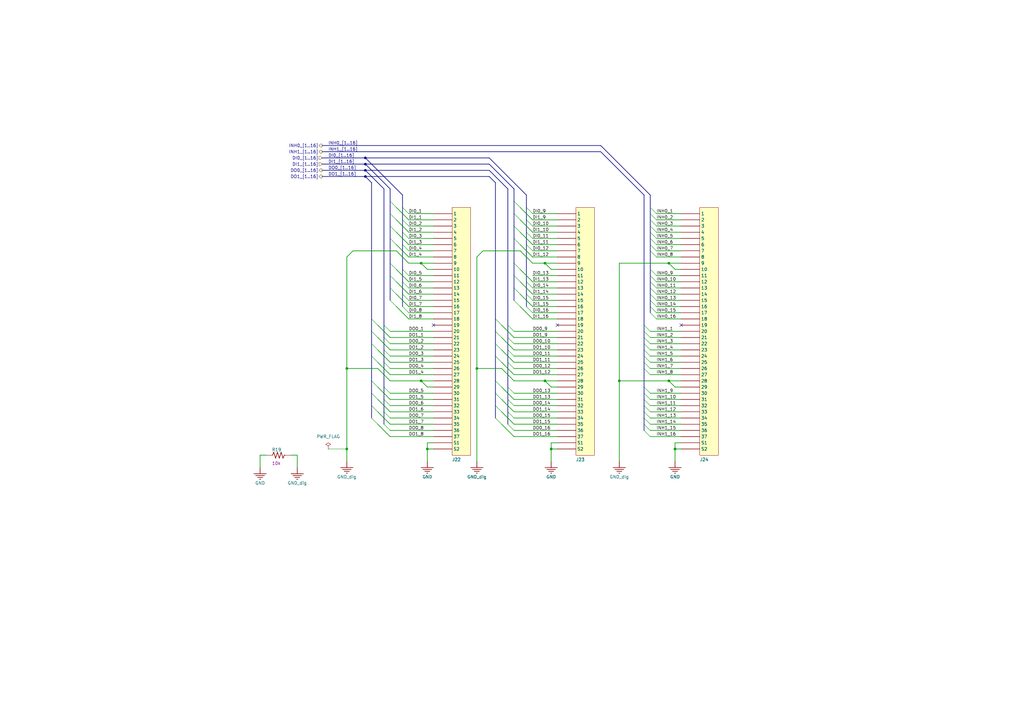
<source format=kicad_sch>
(kicad_sch (version 20211123) (generator eeschema)
  (paper "A3")
  (title_block (title "CAT-Modular Breadoard") (date "18.03.2022") (rev "1.1") (company "DLR e.V. Robert-Hooke Str. 7 28359 Bremen") (comment 1 "C. Strowik"))
  (lib_symbols
    (symbol "01_CAT-MB-DIG-altium-import:0_09 65 461 671"
      (property "Value" "0_09 65 461 671" (at 0 0 0))
      (symbol "0_09 65 461 671_1_0"
        (rectangle (start 7.62 101.6) (end 0 0) (fill (type background)))
        (pin passive line (at -7.62 99.06 0) (length 7.62) (name "1") (number "1"))
        (pin passive line (at -7.62 76.2 0) (length 7.62) (name "10") (number "10"))
        (pin passive line (at -7.62 73.66 0) (length 7.62) (name "11") (number "11"))
        (pin passive line (at -7.62 71.12 0) (length 7.62) (name "12") (number "12"))
        (pin passive line (at -7.62 68.58 0) (length 7.62) (name "13") (number "13"))
        (pin passive line (at -7.62 66.04 0) (length 7.62) (name "14") (number "14"))
        (pin passive line (at -7.62 63.5 0) (length 7.62) (name "15") (number "15"))
        (pin passive line (at -7.62 60.96 0) (length 7.62) (name "16") (number "16"))
        (pin passive line (at -7.62 58.42 0) (length 7.62) (name "17") (number "17"))
        (pin passive line (at -7.62 55.88 0) (length 7.62) (name "18") (number "18"))
        (pin passive line (at -7.62 53.34 0) (length 7.62) (name "19") (number "19"))
        (pin passive line (at -7.62 96.52 0) (length 7.62) (name "2") (number "2"))
        (pin passive line (at -7.62 50.8 0) (length 7.62) (name "20") (number "20"))
        (pin passive line (at -7.62 48.26 0) (length 7.62) (name "21") (number "21"))
        (pin passive line (at -7.62 45.72 0) (length 7.62) (name "22") (number "22"))
        (pin passive line (at -7.62 43.18 0) (length 7.62) (name "23") (number "23"))
        (pin passive line (at -7.62 40.64 0) (length 7.62) (name "24") (number "24"))
        (pin passive line (at -7.62 38.1 0) (length 7.62) (name "25") (number "25"))
        (pin passive line (at -7.62 35.56 0) (length 7.62) (name "26") (number "26"))
        (pin passive line (at -7.62 33.02 0) (length 7.62) (name "27") (number "27"))
        (pin passive line (at -7.62 30.48 0) (length 7.62) (name "28") (number "28"))
        (pin passive line (at -7.62 27.94 0) (length 7.62) (name "29") (number "29"))
        (pin passive line (at -7.62 93.98 0) (length 7.62) (name "3") (number "3"))
        (pin passive line (at -7.62 25.4 0) (length 7.62) (name "30") (number "30"))
        (pin passive line (at -7.62 22.86 0) (length 7.62) (name "31") (number "31"))
        (pin passive line (at -7.62 20.32 0) (length 7.62) (name "32") (number "32"))
        (pin passive line (at -7.62 17.78 0) (length 7.62) (name "33") (number "33"))
        (pin passive line (at -7.62 15.24 0) (length 7.62) (name "34") (number "34"))
        (pin passive line (at -7.62 12.7 0) (length 7.62) (name "35") (number "35"))
        (pin passive line (at -7.62 10.16 0) (length 7.62) (name "36") (number "36"))
        (pin passive line (at -7.62 7.62 0) (length 7.62) (name "37") (number "37"))
        (pin passive line (at -7.62 91.44 0) (length 7.62) (name "4") (number "4"))
        (pin passive line (at -7.62 88.9 0) (length 7.62) (name "5") (number "5"))
        (pin passive line (at -7.62 86.36 0) (length 7.62) (name "6") (number "6"))
        (pin passive line (at -7.62 83.82 0) (length 7.62) (name "7") (number "7"))
        (pin passive line (at -7.62 81.28 0) (length 7.62) (name "8") (number "8"))
        (pin passive line (at -7.62 78.74 0) (length 7.62) (name "9") (number "9"))
        (pin passive line (at -7.62 5.08 0) (length 7.62) (name "S1") (number "S1"))
        (pin passive line (at -7.62 2.54 0) (length 7.62) (name "S2") (number "S2"))
      )
    )
    (symbol "01_CAT-MB-DIG-altium-import:0_CRCW"
      (property "Value" "0_CRCW" (at 0 0 0))
      (symbol "0_CRCW_1_0"
        (polyline (pts (xy 7.366 0) (xy 7.62 0)) (stroke (width 0.254)))
        (polyline (pts (xy 2.54 0) (xy 3.048 1.27) (xy 3.81 -1.27) (xy 4.572 1.27) (xy 5.334 -1.27) (xy 6.096 1.27) (xy 6.858 -1.27) (xy 7.366 0)) (stroke (width 0.254)))
        (pin passive line (at 0 0 0) (length 2.54) (name "") (number "0"))
        (pin passive line (at 10.16 0 180) (length 2.54) (name "") (number "1"))
      )
    )
    (symbol "01_CAT-MB-DIG-altium-import:GND" (power)
      (property "Reference" "#PWR" (at 0 0 0))
      (property "Value" "GND" (at 0 6.35 0))
      (symbol "GND_0_0"
        (polyline (pts (xy -2.54 -2.54) (xy 2.54 -2.54)) (stroke (width 0.254)))
        (polyline (pts (xy -1.778 -3.302) (xy 1.778 -3.302)) (stroke (width 0.254)))
        (polyline (pts (xy -1.016 -4.064) (xy 1.016 -4.064)) (stroke (width 0.254)))
        (polyline (pts (xy -0.254 -4.826) (xy 0.254 -4.826)) (stroke (width 0.254)))
        (polyline (pts (xy 0 0) (xy 0 -2.54)) (stroke (width 0.254)))
        (pin power_in line (at 0 0 0) (length 0) hide (name "GND") (number ""))
      )
    )
    (symbol "01_CAT-MB-DIG-altium-import:GND_dig" (power)
      (property "Reference" "#PWR" (at 0 0 0))
      (property "Value" "GND_dig" (at 0 6.35 0))
      (symbol "GND_dig_0_0"
        (polyline (pts (xy -2.54 -2.54) (xy 2.54 -2.54)) (stroke (width 0.254)))
        (polyline (pts (xy -1.778 -3.302) (xy 1.778 -3.302)) (stroke (width 0.254)))
        (polyline (pts (xy -1.016 -4.064) (xy 1.016 -4.064)) (stroke (width 0.254)))
        (polyline (pts (xy -0.254 -4.826) (xy 0.254 -4.826)) (stroke (width 0.254)))
        (polyline (pts (xy 0 0) (xy 0 -2.54)) (stroke (width 0.254)))
        (pin power_in line (at 0 0 0) (length 0) hide (name "GND_dig") (number ""))
      )
    )
    (symbol "power:PWR_FLAG" (power) (pin_numbers hide) (pin_names (offset 0) hide)
      (property "Value" "PWR_FLAG" (at 0 3.81 0))
      (symbol "PWR_FLAG_0_0"
        (pin power_out line (at 0 0 90) (length 0) (name "pwr") (number "1"))
      )
      (symbol "PWR_FLAG_0_1"
        (polyline (pts (xy 0 0) (xy 0 1.27) (xy -1.016 1.905) (xy 0 2.54) (xy 1.016 1.905) (xy 0 1.27)))
      )
    )
  )
  (junction (at 195.58 151.13))
  (junction (at 172.72 107.95))
  (junction (at 223.52 107.95))
  (junction (at 142.24 184.15))
  (junction (at 149.86 69.85))
  (junction (at 175.26 184.15))
  (junction (at 274.32 107.95))
  (junction (at 149.86 67.31))
  (junction (at 276.86 184.15))
  (junction (at 274.32 156.21))
  (junction (at 172.72 156.21))
  (junction (at 149.86 64.77))
  (junction (at 149.86 72.39))
  (junction (at 142.24 151.13))
  (junction (at 223.52 156.21))
  (junction (at 254 156.21))
  (junction (at 226.06 184.15))
  (no_connect (at 177.8 133.35))
  (no_connect (at 228.6 133.35))
  (no_connect (at 279.4 133.35))
  (bus_entry (at 154.94 163.83) (size -2.54 -2.54))
  (bus_entry (at 162.56 90.17) (size -2.54 -2.54))
  (bus_entry (at 160.02 166.37) (size -2.54 -2.54))
  (bus_entry (at 213.36 115.57) (size -2.54 -2.54))
  (bus_entry (at 154.94 148.59) (size -2.54 -2.54))
  (bus_entry (at 205.74 143.51) (size -2.54 -2.54))
  (bus_entry (at 218.44 118.11) (size -2.54 -2.54))
  (bus_entry (at 269.24 113.03) (size -2.54 -2.54))
  (bus_entry (at 154.94 138.43) (size -2.54 -2.54))
  (bus_entry (at 167.64 87.63) (size -2.54 -2.54))
  (bus_entry (at 266.7 153.67) (size -2.54 -2.54))
  (bus_entry (at 205.74 173.99) (size -2.54 -2.54))
  (bus_entry (at 160.02 171.45) (size -2.54 -2.54))
  (bus_entry (at 266.7 179.07) (size -2.54 -2.54))
  (bus_entry (at 205.74 133.35) (size -2.54 -2.54))
  (bus_entry (at 160.02 135.89) (size -2.54 -2.54))
  (bus_entry (at 213.36 120.65) (size -2.54 -2.54))
  (bus_entry (at 213.36 100.33) (size -2.54 -2.54))
  (bus_entry (at 213.36 90.17) (size -2.54 -2.54))
  (bus_entry (at 162.56 95.25) (size -2.54 -2.54))
  (bus_entry (at 162.56 85.09) (size -2.54 -2.54))
  (bus_entry (at 269.24 128.27) (size -2.54 -2.54))
  (bus_entry (at 160.02 151.13) (size -2.54 -2.54))
  (bus_entry (at 269.24 97.79) (size -2.54 -2.54))
  (bus_entry (at 269.24 102.87) (size -2.54 -2.54))
  (bus_entry (at 160.02 176.53) (size -2.54 -2.54))
  (bus_entry (at 269.24 95.25) (size -2.54 -2.54))
  (bus_entry (at 266.7 148.59) (size -2.54 -2.54))
  (bus_entry (at 210.82 176.53) (size -2.54 -2.54))
  (bus_entry (at 154.94 173.99) (size -2.54 -2.54))
  (bus_entry (at 167.64 113.03) (size -2.54 -2.54))
  (bus_entry (at 167.64 118.11) (size -2.54 -2.54))
  (bus_entry (at 266.7 163.83) (size -2.54 -2.54))
  (bus_entry (at 205.74 158.75) (size -2.54 -2.54))
  (bus_entry (at 210.82 166.37) (size -2.54 -2.54))
  (bus_entry (at 205.74 138.43) (size -2.54 -2.54))
  (bus_entry (at 167.64 97.79) (size -2.54 -2.54))
  (bus_entry (at 210.82 151.13) (size -2.54 -2.54))
  (bus_entry (at 160.02 140.97) (size -2.54 -2.54))
  (bus_entry (at 160.02 146.05) (size -2.54 -2.54))
  (bus_entry (at 213.36 85.09) (size -2.54 -2.54))
  (bus_entry (at 218.44 92.71) (size -2.54 -2.54))
  (bus_entry (at 205.74 168.91) (size -2.54 -2.54))
  (bus_entry (at 154.94 143.51) (size -2.54 -2.54))
  (bus_entry (at 266.7 140.97) (size -2.54 -2.54))
  (bus_entry (at 210.82 171.45) (size -2.54 -2.54))
  (bus_entry (at 269.24 130.81) (size -2.54 -2.54))
  (bus_entry (at 269.24 92.71) (size -2.54 -2.54))
  (bus_entry (at 266.7 166.37) (size -2.54 -2.54))
  (bus_entry (at 269.24 123.19) (size -2.54 -2.54))
  (bus_entry (at 269.24 115.57) (size -2.54 -2.54))
  (bus_entry (at 205.74 148.59) (size -2.54 -2.54))
  (bus_entry (at 266.7 146.05) (size -2.54 -2.54))
  (bus_entry (at 162.56 125.73) (size -2.54 -2.54))
  (bus_entry (at 269.24 125.73) (size -2.54 -2.54))
  (bus_entry (at 218.44 97.79) (size -2.54 -2.54))
  (bus_entry (at 269.24 90.17) (size -2.54 -2.54))
  (bus_entry (at 210.82 135.89) (size -2.54 -2.54))
  (bus_entry (at 266.7 176.53) (size -2.54 -2.54))
  (bus_entry (at 162.56 120.65) (size -2.54 -2.54))
  (bus_entry (at 269.24 118.11) (size -2.54 -2.54))
  (bus_entry (at 269.24 100.33) (size -2.54 -2.54))
  (bus_entry (at 154.94 168.91) (size -2.54 -2.54))
  (bus_entry (at 167.64 123.19) (size -2.54 -2.54))
  (bus_entry (at 213.36 95.25) (size -2.54 -2.54))
  (bus_entry (at 154.94 158.75) (size -2.54 -2.54))
  (bus_entry (at 167.64 102.87) (size -2.54 -2.54))
  (bus_entry (at 266.7 173.99) (size -2.54 -2.54))
  (bus_entry (at 218.44 128.27) (size -2.54 -2.54))
  (bus_entry (at 213.36 125.73) (size -2.54 -2.54))
  (bus_entry (at 160.02 161.29) (size -2.54 -2.54))
  (bus_entry (at 269.24 120.65) (size -2.54 -2.54))
  (bus_entry (at 269.24 105.41) (size -2.54 -2.54))
  (bus_entry (at 266.7 168.91) (size -2.54 -2.54))
  (bus_entry (at 266.7 161.29) (size -2.54 -2.54))
  (bus_entry (at 205.74 163.83) (size -2.54 -2.54))
  (bus_entry (at 162.56 115.57) (size -2.54 -2.54))
  (bus_entry (at 218.44 123.19) (size -2.54 -2.54))
  (bus_entry (at 218.44 87.63) (size -2.54 -2.54))
  (bus_entry (at 213.36 110.49) (size -2.54 -2.54))
  (bus_entry (at 162.56 110.49) (size -2.54 -2.54))
  (bus_entry (at 269.24 87.63) (size -2.54 -2.54))
  (bus_entry (at 167.64 128.27) (size -2.54 -2.54))
  (bus_entry (at 266.7 151.13) (size -2.54 -2.54))
  (bus_entry (at 210.82 161.29) (size -2.54 -2.54))
  (bus_entry (at 266.7 135.89) (size -2.54 -2.54))
  (bus_entry (at 210.82 146.05) (size -2.54 -2.54))
  (bus_entry (at 210.82 140.97) (size -2.54 -2.54))
  (bus_entry (at 218.44 102.87) (size -2.54 -2.54))
  (bus_entry (at 162.56 100.33) (size -2.54 -2.54))
  (bus_entry (at 266.7 143.51) (size -2.54 -2.54))
  (bus_entry (at 266.7 171.45) (size -2.54 -2.54))
  (bus_entry (at 167.64 92.71) (size -2.54 -2.54))
  (bus_entry (at 154.94 133.35) (size -2.54 -2.54))
  (bus_entry (at 266.7 138.43) (size -2.54 -2.54))
  (wire (pts (xy 218.44 105.41) (xy 213.36 100.33)) (stroke (width 0.254)))
  (wire (pts (xy 134.62 184.15) (xy 142.24 184.15)))
  (bus (pts (xy 208.28 163.83) (xy 208.28 158.75)) (stroke (width 0.254)))
  (wire (pts (xy 198.12 102.87) (xy 195.58 105.41)) (stroke (width 0.254)))
  (wire (pts (xy 279.4 115.57) (xy 269.24 115.57)) (stroke (width 0.254)))
  (bus (pts (xy 160.02 87.63) (xy 160.02 82.55)) (stroke (width 0.254)))
  (wire (pts (xy 228.6 115.57) (xy 218.44 115.57)) (stroke (width 0.254)))
  (bus (pts (xy 208.28 173.99) (xy 208.28 168.91)) (stroke (width 0.254)))
  (bus (pts (xy 160.02 77.47) (xy 149.86 67.31)) (stroke (width 0.254)))
  (wire (pts (xy 279.4 90.17) (xy 269.24 90.17)) (stroke (width 0.254)))
  (wire (pts (xy 177.8 92.71) (xy 167.64 92.71)) (stroke (width 0.254)))
  (wire (pts (xy 226.06 158.75) (xy 223.52 156.21)) (stroke (width 0.254)))
  (bus (pts (xy 203.2 140.97) (xy 203.2 135.89)) (stroke (width 0.254)))
  (wire (pts (xy 228.6 90.17) (xy 218.44 90.17)) (stroke (width 0.254)))
  (wire (pts (xy 177.8 146.05) (xy 160.02 146.05)) (stroke (width 0.254)))
  (wire (pts (xy 109.22 186.69) (xy 106.68 186.69)) (stroke (width 0.254)))
  (wire (pts (xy 223.52 156.21) (xy 228.6 156.21)) (stroke (width 0.254)))
  (wire (pts (xy 228.6 102.87) (xy 218.44 102.87)) (stroke (width 0.254)))
  (bus (pts (xy 165.1 85.09) (xy 165.1 80.01)) (stroke (width 0.254)))
  (wire (pts (xy 142.24 105.41) (xy 142.24 151.13)) (stroke (width 0.254)))
  (wire (pts (xy 210.82 163.83) (xy 205.74 158.75)) (stroke (width 0.254)))
  (wire (pts (xy 279.4 120.65) (xy 269.24 120.65)) (stroke (width 0.254)))
  (wire (pts (xy 279.4 161.29) (xy 266.7 161.29)) (stroke (width 0.254)))
  (bus (pts (xy 165.1 115.57) (xy 165.1 110.49)) (stroke (width 0.254)))
  (wire (pts (xy 276.86 184.15) (xy 276.86 189.23)) (stroke (width 0.254)))
  (wire (pts (xy 218.44 115.57) (xy 213.36 110.49)) (stroke (width 0.254)))
  (wire (pts (xy 279.4 92.71) (xy 269.24 92.71)) (stroke (width 0.254)))
  (wire (pts (xy 167.64 100.33) (xy 162.56 95.25)) (stroke (width 0.254)))
  (wire (pts (xy 172.72 107.95) (xy 167.64 107.95)) (stroke (width 0.254)))
  (bus (pts (xy 210.82 92.71) (xy 210.82 87.63)) (stroke (width 0.254)))
  (wire (pts (xy 228.6 143.51) (xy 210.82 143.51)) (stroke (width 0.254)))
  (wire (pts (xy 205.74 151.13) (xy 195.58 151.13)) (stroke (width 0.254)))
  (bus (pts (xy 157.48 133.35) (xy 157.48 77.47)) (stroke (width 0.254)))
  (wire (pts (xy 279.4 100.33) (xy 269.24 100.33)) (stroke (width 0.254)))
  (bus (pts (xy 264.16 140.97) (xy 264.16 143.51)) (stroke (width 0.254)))
  (bus (pts (xy 165.1 125.73) (xy 165.1 120.65)) (stroke (width 0.254)))
  (wire (pts (xy 218.44 95.25) (xy 213.36 90.17)) (stroke (width 0.254)))
  (bus (pts (xy 157.48 77.47) (xy 149.86 69.85)) (stroke (width 0.254)))
  (wire (pts (xy 228.6 120.65) (xy 218.44 120.65)) (stroke (width 0.254)))
  (wire (pts (xy 177.8 179.07) (xy 160.02 179.07)) (stroke (width 0.254)))
  (wire (pts (xy 177.8 113.03) (xy 167.64 113.03)) (stroke (width 0.254)))
  (bus (pts (xy 203.2 74.93) (xy 200.66 72.39)) (stroke (width 0.254)))
  (wire (pts (xy 228.6 184.15) (xy 226.06 184.15)) (stroke (width 0.254)))
  (bus (pts (xy 152.4 156.21) (xy 152.4 146.05)) (stroke (width 0.254)))
  (bus (pts (xy 200.66 64.77) (xy 149.86 64.77)) (stroke (width 0.254)))
  (wire (pts (xy 223.52 156.21) (xy 210.82 156.21)) (stroke (width 0.254)))
  (wire (pts (xy 228.6 148.59) (xy 210.82 148.59)) (stroke (width 0.254)))
  (wire (pts (xy 177.8 120.65) (xy 167.64 120.65)) (stroke (width 0.254)))
  (wire (pts (xy 175.26 110.49) (xy 172.72 107.95)) (stroke (width 0.254)))
  (bus (pts (xy 264.16 146.05) (xy 264.16 148.59)) (stroke (width 0.254)))
  (bus (pts (xy 264.16 143.51) (xy 264.16 146.05)) (stroke (width 0.254)))
  (wire (pts (xy 177.8 148.59) (xy 160.02 148.59)) (stroke (width 0.254)))
  (bus (pts (xy 266.7 102.87) (xy 266.7 100.33)) (stroke (width 0.254)))
  (bus (pts (xy 208.28 138.43) (xy 208.28 133.35)) (stroke (width 0.254)))
  (bus (pts (xy 203.2 161.29) (xy 203.2 156.21)) (stroke (width 0.254)))
  (wire (pts (xy 228.6 92.71) (xy 218.44 92.71)) (stroke (width 0.254)))
  (bus (pts (xy 215.9 115.57) (xy 215.9 100.33)) (stroke (width 0.254)))
  (wire (pts (xy 177.8 97.79) (xy 167.64 97.79)) (stroke (width 0.254)))
  (bus (pts (xy 203.2 146.05) (xy 203.2 140.97)) (stroke (width 0.254)))
  (wire (pts (xy 228.6 161.29) (xy 210.82 161.29)) (stroke (width 0.254)))
  (bus (pts (xy 266.7 85.09) (xy 266.7 80.01)) (stroke (width 0.254)))
  (bus (pts (xy 264.16 148.59) (xy 264.16 151.13)) (stroke (width 0.254)))
  (wire (pts (xy 160.02 173.99) (xy 154.94 168.91)) (stroke (width 0.254)))
  (bus (pts (xy 264.16 135.89) (xy 264.16 138.43)) (stroke (width 0.254)))
  (bus (pts (xy 264.16 168.91) (xy 264.16 171.45)) (stroke (width 0.254)))
  (wire (pts (xy 228.6 118.11) (xy 218.44 118.11)) (stroke (width 0.254)))
  (wire (pts (xy 167.64 125.73) (xy 162.56 120.65)) (stroke (width 0.254)))
  (bus (pts (xy 266.7 120.65) (xy 266.7 118.11)) (stroke (width 0.254)))
  (wire (pts (xy 175.26 181.61) (xy 175.26 184.15)) (stroke (width 0.254)))
  (bus (pts (xy 203.2 130.81) (xy 203.2 74.93)) (stroke (width 0.254)))
  (bus (pts (xy 160.02 113.03) (xy 160.02 107.95)) (stroke (width 0.254)))
  (bus (pts (xy 160.02 92.71) (xy 160.02 87.63)) (stroke (width 0.254)))
  (wire (pts (xy 177.8 161.29) (xy 160.02 161.29)) (stroke (width 0.254)))
  (bus (pts (xy 208.28 133.35) (xy 208.28 77.47)) (stroke (width 0.254)))
  (bus (pts (xy 157.48 143.51) (xy 157.48 138.43)) (stroke (width 0.254)))
  (wire (pts (xy 177.8 181.61) (xy 175.26 181.61)) (stroke (width 0.254)))
  (wire (pts (xy 119.38 186.69) (xy 121.92 186.69)) (stroke (width 0.254)))
  (wire (pts (xy 279.4 102.87) (xy 269.24 102.87)) (stroke (width 0.254)))
  (wire (pts (xy 218.44 125.73) (xy 213.36 120.65)) (stroke (width 0.254)))
  (wire (pts (xy 279.4 181.61) (xy 276.86 181.61)) (stroke (width 0.254)))
  (bus (pts (xy 149.86 64.77) (xy 132.08 64.77)) (stroke (width 0.254)))
  (bus (pts (xy 208.28 143.51) (xy 208.28 138.43)) (stroke (width 0.254)))
  (bus (pts (xy 152.4 171.45) (xy 152.4 166.37)) (stroke (width 0.254)))
  (bus (pts (xy 215.9 95.25) (xy 215.9 90.17)) (stroke (width 0.254)))
  (bus (pts (xy 266.7 80.01) (xy 246.38 59.69)) (stroke (width 0.254)))
  (bus (pts (xy 246.38 59.69) (xy 132.08 59.69)) (stroke (width 0.254)))
  (bus (pts (xy 246.38 62.23) (xy 264.16 80.01)) (stroke (width 0.254)))
  (wire (pts (xy 177.8 128.27) (xy 167.64 128.27)) (stroke (width 0.254)))
  (bus (pts (xy 152.4 74.93) (xy 149.86 72.39)) (stroke (width 0.254)))
  (wire (pts (xy 160.02 148.59) (xy 154.94 143.51)) (stroke (width 0.254)))
  (bus (pts (xy 264.16 163.83) (xy 264.16 166.37)) (stroke (width 0.254)))
  (wire (pts (xy 228.6 163.83) (xy 210.82 163.83)) (stroke (width 0.254)))
  (wire (pts (xy 160.02 153.67) (xy 154.94 148.59)) (stroke (width 0.254)))
  (wire (pts (xy 279.4 135.89) (xy 266.7 135.89)) (stroke (width 0.254)))
  (wire (pts (xy 279.4 125.73) (xy 269.24 125.73)) (stroke (width 0.254)))
  (wire (pts (xy 279.4 171.45) (xy 266.7 171.45)) (stroke (width 0.254)))
  (bus (pts (xy 208.28 158.75) (xy 208.28 148.59)) (stroke (width 0.254)))
  (wire (pts (xy 144.78 102.87) (xy 142.24 105.41)) (stroke (width 0.254)))
  (wire (pts (xy 228.6 135.89) (xy 210.82 135.89)) (stroke (width 0.254)))
  (wire (pts (xy 175.26 158.75) (xy 172.72 156.21)) (stroke (width 0.254)))
  (bus (pts (xy 210.82 123.19) (xy 210.82 118.11)) (stroke (width 0.254)))
  (wire (pts (xy 228.6 173.99) (xy 210.82 173.99)) (stroke (width 0.254)))
  (bus (pts (xy 210.82 118.11) (xy 210.82 113.03)) (stroke (width 0.254)))
  (wire (pts (xy 279.4 179.07) (xy 266.7 179.07)) (stroke (width 0.254)))
  (bus (pts (xy 152.4 140.97) (xy 152.4 135.89)) (stroke (width 0.254)))
  (wire (pts (xy 177.8 110.49) (xy 175.26 110.49)) (stroke (width 0.254)))
  (wire (pts (xy 177.8 95.25) (xy 167.64 95.25)) (stroke (width 0.254)))
  (wire (pts (xy 228.6 100.33) (xy 218.44 100.33)) (stroke (width 0.254)))
  (wire (pts (xy 177.8 163.83) (xy 160.02 163.83)) (stroke (width 0.254)))
  (bus (pts (xy 264.16 151.13) (xy 264.16 158.75)) (stroke (width 0.254)))
  (wire (pts (xy 210.82 173.99) (xy 205.74 168.91)) (stroke (width 0.254)))
  (bus (pts (xy 152.4 135.89) (xy 152.4 130.81)) (stroke (width 0.254)))
  (wire (pts (xy 226.06 110.49) (xy 223.52 107.95)) (stroke (width 0.254)))
  (wire (pts (xy 274.32 156.21) (xy 254 156.21)) (stroke (width 0.254)))
  (wire (pts (xy 279.4 163.83) (xy 266.7 163.83)) (stroke (width 0.254)))
  (wire (pts (xy 228.6 130.81) (xy 218.44 130.81)) (stroke (width 0.254)))
  (wire (pts (xy 228.6 113.03) (xy 218.44 113.03)) (stroke (width 0.254)))
  (bus (pts (xy 157.48 168.91) (xy 157.48 163.83)) (stroke (width 0.254)))
  (wire (pts (xy 218.44 90.17) (xy 213.36 85.09)) (stroke (width 0.254)))
  (bus (pts (xy 165.1 120.65) (xy 165.1 115.57)) (stroke (width 0.254)))
  (wire (pts (xy 228.6 146.05) (xy 210.82 146.05)) (stroke (width 0.254)))
  (wire (pts (xy 254 107.95) (xy 254 156.21)) (stroke (width 0.254)))
  (bus (pts (xy 266.7 125.73) (xy 266.7 123.19)) (stroke (width 0.254)))
  (wire (pts (xy 279.4 184.15) (xy 276.86 184.15)) (stroke (width 0.254)))
  (wire (pts (xy 279.4 148.59) (xy 266.7 148.59)) (stroke (width 0.254)))
  (bus (pts (xy 264.16 171.45) (xy 264.16 173.99)) (stroke (width 0.254)))
  (bus (pts (xy 157.48 138.43) (xy 157.48 133.35)) (stroke (width 0.254)))
  (bus (pts (xy 266.7 113.03) (xy 266.7 110.49)) (stroke (width 0.254)))
  (wire (pts (xy 167.64 90.17) (xy 162.56 85.09)) (stroke (width 0.254)))
  (bus (pts (xy 200.66 69.85) (xy 149.86 69.85)) (stroke (width 0.254)))
  (wire (pts (xy 177.8 176.53) (xy 160.02 176.53)) (stroke (width 0.254)))
  (bus (pts (xy 165.1 100.33) (xy 165.1 95.25)) (stroke (width 0.254)))
  (bus (pts (xy 160.02 107.95) (xy 160.02 97.79)) (stroke (width 0.254)))
  (wire (pts (xy 213.36 102.87) (xy 198.12 102.87)) (stroke (width 0.254)))
  (wire (pts (xy 177.8 123.19) (xy 167.64 123.19)) (stroke (width 0.254)))
  (bus (pts (xy 203.2 156.21) (xy 203.2 146.05)) (stroke (width 0.254)))
  (wire (pts (xy 142.24 184.15) (xy 142.24 189.23)) (stroke (width 0.254)))
  (bus (pts (xy 160.02 97.79) (xy 160.02 92.71)) (stroke (width 0.254)))
  (bus (pts (xy 165.1 80.01) (xy 149.86 64.77)) (stroke (width 0.254)))
  (bus (pts (xy 203.2 135.89) (xy 203.2 130.81)) (stroke (width 0.254)))
  (bus (pts (xy 210.82 87.63) (xy 210.82 82.55)) (stroke (width 0.254)))
  (bus (pts (xy 210.82 113.03) (xy 210.82 107.95)) (stroke (width 0.254)))
  (wire (pts (xy 218.44 100.33) (xy 213.36 95.25)) (stroke (width 0.254)))
  (wire (pts (xy 160.02 156.21) (xy 154.94 151.13)) (stroke (width 0.254)))
  (wire (pts (xy 210.82 143.51) (xy 205.74 138.43)) (stroke (width 0.254)))
  (wire (pts (xy 228.6 179.07) (xy 210.82 179.07)) (stroke (width 0.254)))
  (wire (pts (xy 279.4 128.27) (xy 269.24 128.27)) (stroke (width 0.254)))
  (wire (pts (xy 167.64 107.95) (xy 162.56 102.87)) (stroke (width 0.254)))
  (wire (pts (xy 254 156.21) (xy 254 189.23)) (stroke (width 0.254)))
  (wire (pts (xy 228.6 110.49) (xy 226.06 110.49)) (stroke (width 0.254)))
  (bus (pts (xy 266.7 110.49) (xy 266.7 102.87)) (stroke (width 0.254)))
  (wire (pts (xy 195.58 105.41) (xy 195.58 151.13)) (stroke (width 0.254)))
  (wire (pts (xy 210.82 153.67) (xy 205.74 148.59)) (stroke (width 0.254)))
  (bus (pts (xy 264.16 166.37) (xy 264.16 168.91)) (stroke (width 0.254)))
  (wire (pts (xy 223.52 107.95) (xy 218.44 107.95)) (stroke (width 0.254)))
  (wire (pts (xy 279.4 158.75) (xy 276.86 158.75)) (stroke (width 0.254)))
  (wire (pts (xy 177.8 143.51) (xy 160.02 143.51)) (stroke (width 0.254)))
  (wire (pts (xy 279.4 151.13) (xy 266.7 151.13)) (stroke (width 0.254)))
  (bus (pts (xy 264.16 80.01) (xy 264.16 133.35)) (stroke (width 0.254)))
  (wire (pts (xy 279.4 176.53) (xy 266.7 176.53)) (stroke (width 0.254)))
  (wire (pts (xy 160.02 179.07) (xy 154.94 173.99)) (stroke (width 0.254)))
  (bus (pts (xy 210.82 82.55) (xy 210.82 77.47)) (stroke (width 0.254)))
  (wire (pts (xy 167.64 105.41) (xy 162.56 100.33)) (stroke (width 0.254)))
  (bus (pts (xy 160.02 82.55) (xy 160.02 77.47)) (stroke (width 0.254)))
  (bus (pts (xy 264.16 138.43) (xy 264.16 140.97)) (stroke (width 0.254)))
  (wire (pts (xy 228.6 95.25) (xy 218.44 95.25)) (stroke (width 0.254)))
  (wire (pts (xy 210.82 168.91) (xy 205.74 163.83)) (stroke (width 0.254)))
  (wire (pts (xy 279.4 173.99) (xy 266.7 173.99)) (stroke (width 0.254)))
  (wire (pts (xy 160.02 143.51) (xy 154.94 138.43)) (stroke (width 0.254)))
  (bus (pts (xy 215.9 80.01) (xy 200.66 64.77)) (stroke (width 0.254)))
  (wire (pts (xy 279.4 105.41) (xy 269.24 105.41)) (stroke (width 0.254)))
  (bus (pts (xy 264.16 161.29) (xy 264.16 163.83)) (stroke (width 0.254)))
  (wire (pts (xy 279.4 138.43) (xy 266.7 138.43)) (stroke (width 0.254)))
  (wire (pts (xy 177.8 153.67) (xy 160.02 153.67)) (stroke (width 0.254)))
  (wire (pts (xy 228.6 151.13) (xy 210.82 151.13)) (stroke (width 0.254)))
  (wire (pts (xy 177.8 138.43) (xy 160.02 138.43)) (stroke (width 0.254)))
  (wire (pts (xy 279.4 168.91) (xy 266.7 168.91)) (stroke (width 0.254)))
  (bus (pts (xy 157.48 158.75) (xy 157.48 148.59)) (stroke (width 0.254)))
  (bus (pts (xy 266.7 95.25) (xy 266.7 92.71)) (stroke (width 0.254)))
  (bus (pts (xy 215.9 90.17) (xy 215.9 85.09)) (stroke (width 0.254)))
  (wire (pts (xy 218.44 120.65) (xy 213.36 115.57)) (stroke (width 0.254)))
  (wire (pts (xy 210.82 138.43) (xy 205.74 133.35)) (stroke (width 0.254)))
  (bus (pts (xy 215.9 100.33) (xy 215.9 95.25)) (stroke (width 0.254)))
  (bus (pts (xy 157.48 163.83) (xy 157.48 158.75)) (stroke (width 0.254)))
  (wire (pts (xy 175.26 184.15) (xy 175.26 189.23)) (stroke (width 0.254)))
  (bus (pts (xy 210.82 97.79) (xy 210.82 92.71)) (stroke (width 0.254)))
  (wire (pts (xy 177.8 173.99) (xy 160.02 173.99)) (stroke (width 0.254)))
  (wire (pts (xy 154.94 151.13) (xy 142.24 151.13)) (stroke (width 0.254)))
  (wire (pts (xy 162.56 102.87) (xy 144.78 102.87)) (stroke (width 0.254)))
  (wire (pts (xy 167.64 95.25) (xy 162.56 90.17)) (stroke (width 0.254)))
  (bus (pts (xy 266.7 92.71) (xy 266.7 90.17)) (stroke (width 0.254)))
  (bus (pts (xy 266.7 87.63) (xy 266.7 85.09)) (stroke (width 0.254)))
  (wire (pts (xy 228.6 140.97) (xy 210.82 140.97)) (stroke (width 0.254)))
  (wire (pts (xy 177.8 168.91) (xy 160.02 168.91)) (stroke (width 0.254)))
  (wire (pts (xy 279.4 166.37) (xy 266.7 166.37)) (stroke (width 0.254)))
  (wire (pts (xy 226.06 181.61) (xy 228.6 181.61)) (stroke (width 0.254)))
  (wire (pts (xy 279.4 110.49) (xy 276.86 110.49)) (stroke (width 0.254)))
  (bus (pts (xy 200.66 67.31) (xy 149.86 67.31)) (stroke (width 0.254)))
  (bus (pts (xy 266.7 90.17) (xy 266.7 87.63)) (stroke (width 0.254)))
  (wire (pts (xy 228.6 153.67) (xy 210.82 153.67)) (stroke (width 0.254)))
  (bus (pts (xy 149.86 69.85) (xy 132.08 69.85)) (stroke (width 0.254)))
  (wire (pts (xy 279.4 87.63) (xy 269.24 87.63)) (stroke (width 0.254)))
  (wire (pts (xy 279.4 97.79) (xy 269.24 97.79)) (stroke (width 0.254)))
  (wire (pts (xy 228.6 158.75) (xy 226.06 158.75)) (stroke (width 0.254)))
  (bus (pts (xy 203.2 171.45) (xy 203.2 166.37)) (stroke (width 0.254)))
  (wire (pts (xy 177.8 151.13) (xy 160.02 151.13)) (stroke (width 0.254)))
  (bus (pts (xy 208.28 77.47) (xy 200.66 69.85)) (stroke (width 0.254)))
  (wire (pts (xy 279.4 153.67) (xy 266.7 153.67)) (stroke (width 0.254)))
  (bus (pts (xy 266.7 123.19) (xy 266.7 120.65)) (stroke (width 0.254)))
  (bus (pts (xy 152.4 146.05) (xy 152.4 140.97)) (stroke (width 0.254)))
  (bus (pts (xy 208.28 168.91) (xy 208.28 163.83)) (stroke (width 0.254)))
  (wire (pts (xy 228.6 138.43) (xy 210.82 138.43)) (stroke (width 0.254)))
  (wire (pts (xy 228.6 105.41) (xy 218.44 105.41)) (stroke (width 0.254)))
  (bus (pts (xy 160.02 123.19) (xy 160.02 118.11)) (stroke (width 0.254)))
  (wire (pts (xy 228.6 176.53) (xy 210.82 176.53)) (stroke (width 0.254)))
  (wire (pts (xy 177.8 171.45) (xy 160.02 171.45)) (stroke (width 0.254)))
  (wire (pts (xy 274.32 107.95) (xy 254 107.95)) (stroke (width 0.254)))
  (wire (pts (xy 279.4 113.03) (xy 269.24 113.03)) (stroke (width 0.254)))
  (bus (pts (xy 152.4 161.29) (xy 152.4 156.21)) (stroke (width 0.254)))
  (wire (pts (xy 279.4 107.95) (xy 274.32 107.95)) (stroke (width 0.254)))
  (wire (pts (xy 228.6 87.63) (xy 218.44 87.63)) (stroke (width 0.254)))
  (wire (pts (xy 210.82 148.59) (xy 205.74 143.51)) (stroke (width 0.254)))
  (bus (pts (xy 266.7 115.57) (xy 266.7 113.03)) (stroke (width 0.254)))
  (wire (pts (xy 228.6 168.91) (xy 210.82 168.91)) (stroke (width 0.254)))
  (wire (pts (xy 177.8 158.75) (xy 175.26 158.75)) (stroke (width 0.254)))
  (bus (pts (xy 149.86 72.39) (xy 132.08 72.39)) (stroke (width 0.254)))
  (bus (pts (xy 152.4 166.37) (xy 152.4 161.29)) (stroke (width 0.254)))
  (wire (pts (xy 177.8 140.97) (xy 160.02 140.97)) (stroke (width 0.254)))
  (bus (pts (xy 157.48 173.99) (xy 157.48 168.91)) (stroke (width 0.254)))
  (wire (pts (xy 218.44 130.81) (xy 213.36 125.73)) (stroke (width 0.254)))
  (wire (pts (xy 172.72 107.95) (xy 177.8 107.95)) (stroke (width 0.254)))
  (wire (pts (xy 279.4 130.81) (xy 269.24 130.81)) (stroke (width 0.254)))
  (wire (pts (xy 177.8 90.17) (xy 167.64 90.17)) (stroke (width 0.254)))
  (wire (pts (xy 276.86 181.61) (xy 276.86 184.15)) (stroke (width 0.254)))
  (bus (pts (xy 160.02 118.11) (xy 160.02 113.03)) (stroke (width 0.254)))
  (bus (pts (xy 264.16 173.99) (xy 264.16 176.53)) (stroke (width 0.254)))
  (wire (pts (xy 223.52 107.95) (xy 228.6 107.95)) (stroke (width 0.254)))
  (wire (pts (xy 279.4 140.97) (xy 266.7 140.97)) (stroke (width 0.254)))
  (wire (pts (xy 160.02 163.83) (xy 154.94 158.75)) (stroke (width 0.254)))
  (wire (pts (xy 177.8 87.63) (xy 167.64 87.63)) (stroke (width 0.254)))
  (wire (pts (xy 177.8 102.87) (xy 167.64 102.87)) (stroke (width 0.254)))
  (wire (pts (xy 177.8 115.57) (xy 167.64 115.57)) (stroke (width 0.254)))
  (wire (pts (xy 177.8 166.37) (xy 160.02 166.37)) (stroke (width 0.254)))
  (wire (pts (xy 279.4 156.21) (xy 274.32 156.21)) (stroke (width 0.254)))
  (wire (pts (xy 228.6 166.37) (xy 210.82 166.37)) (stroke (width 0.254)))
  (wire (pts (xy 228.6 123.19) (xy 218.44 123.19)) (stroke (width 0.254)))
  (wire (pts (xy 279.4 143.51) (xy 266.7 143.51)) (stroke (width 0.254)))
  (bus (pts (xy 165.1 95.25) (xy 165.1 90.17)) (stroke (width 0.254)))
  (wire (pts (xy 276.86 110.49) (xy 274.32 107.95)) (stroke (width 0.254)))
  (wire (pts (xy 228.6 171.45) (xy 210.82 171.45)) (stroke (width 0.254)))
  (bus (pts (xy 266.7 118.11) (xy 266.7 115.57)) (stroke (width 0.254)))
  (wire (pts (xy 167.64 130.81) (xy 162.56 125.73)) (stroke (width 0.254)))
  (wire (pts (xy 106.68 186.69) (xy 106.68 191.77)) (stroke (width 0.254)))
  (wire (pts (xy 167.64 115.57) (xy 162.56 110.49)) (stroke (width 0.254)))
  (bus (pts (xy 165.1 90.17) (xy 165.1 85.09)) (stroke (width 0.254)))
  (bus (pts (xy 266.7 100.33) (xy 266.7 97.79)) (stroke (width 0.254)))
  (bus (pts (xy 132.08 62.23) (xy 246.38 62.23)) (stroke (width 0.254)))
  (wire (pts (xy 279.4 95.25) (xy 269.24 95.25)) (stroke (width 0.254)))
  (bus (pts (xy 264.16 133.35) (xy 264.16 135.89)) (stroke (width 0.254)))
  (wire (pts (xy 228.6 125.73) (xy 218.44 125.73)) (stroke (width 0.254)))
  (bus (pts (xy 215.9 125.73) (xy 215.9 120.65)) (stroke (width 0.254)))
  (wire (pts (xy 226.06 184.15) (xy 226.06 181.61)) (stroke (width 0.254)))
  (wire (pts (xy 160.02 168.91) (xy 154.94 163.83)) (stroke (width 0.254)))
  (wire (pts (xy 228.6 128.27) (xy 218.44 128.27)) (stroke (width 0.254)))
  (bus (pts (xy 165.1 110.49) (xy 165.1 100.33)) (stroke (width 0.254)))
  (wire (pts (xy 160.02 138.43) (xy 154.94 133.35)) (stroke (width 0.254)))
  (wire (pts (xy 121.92 186.69) (xy 121.92 191.77)) (stroke (width 0.254)))
  (bus (pts (xy 266.7 128.27) (xy 266.7 125.73)) (stroke (width 0.254)))
  (wire (pts (xy 279.4 123.19) (xy 269.24 123.19)) (stroke (width 0.254)))
  (wire (pts (xy 172.72 156.21) (xy 160.02 156.21)) (stroke (width 0.254)))
  (wire (pts (xy 172.72 156.21) (xy 177.8 156.21)) (stroke (width 0.254)))
  (wire (pts (xy 177.8 100.33) (xy 167.64 100.33)) (stroke (width 0.254)))
  (bus (pts (xy 266.7 97.79) (xy 266.7 95.25)) (stroke (width 0.254)))
  (bus (pts (xy 215.9 85.09) (xy 215.9 80.01)) (stroke (width 0.254)))
  (wire (pts (xy 177.8 135.89) (xy 160.02 135.89)) (stroke (width 0.254)))
  (wire (pts (xy 177.8 125.73) (xy 167.64 125.73)) (stroke (width 0.254)))
  (bus (pts (xy 215.9 120.65) (xy 215.9 115.57)) (stroke (width 0.254)))
  (wire (pts (xy 177.8 118.11) (xy 167.64 118.11)) (stroke (width 0.254)))
  (wire (pts (xy 276.86 158.75) (xy 274.32 156.21)) (stroke (width 0.254)))
  (wire (pts (xy 210.82 179.07) (xy 205.74 173.99)) (stroke (width 0.254)))
  (wire (pts (xy 218.44 107.95) (xy 213.36 102.87)) (stroke (width 0.254)))
  (bus (pts (xy 203.2 166.37) (xy 203.2 161.29)) (stroke (width 0.254)))
  (bus (pts (xy 152.4 130.81) (xy 152.4 74.93)) (stroke (width 0.254)))
  (wire (pts (xy 226.06 189.23) (xy 226.06 184.15)) (stroke (width 0.254)))
  (bus (pts (xy 210.82 77.47) (xy 200.66 67.31)) (stroke (width 0.254)))
  (wire (pts (xy 195.58 151.13) (xy 195.58 189.23)) (stroke (width 0.254)))
  (bus (pts (xy 157.48 148.59) (xy 157.48 143.51)) (stroke (width 0.254)))
  (bus (pts (xy 200.66 72.39) (xy 149.86 72.39)) (stroke (width 0.254)))
  (wire (pts (xy 228.6 97.79) (xy 218.44 97.79)) (stroke (width 0.254)))
  (wire (pts (xy 177.8 184.15) (xy 175.26 184.15)) (stroke (width 0.254)))
  (bus (pts (xy 149.86 67.31) (xy 132.08 67.31)) (stroke (width 0.254)))
  (wire (pts (xy 177.8 130.81) (xy 167.64 130.81)) (stroke (width 0.254)))
  (wire (pts (xy 210.82 156.21) (xy 205.74 151.13)) (stroke (width 0.254)))
  (wire (pts (xy 142.24 151.13) (xy 142.24 184.15)) (stroke (width 0.254)))
  (wire (pts (xy 167.64 120.65) (xy 162.56 115.57)) (stroke (width 0.254)))
  (wire (pts (xy 279.4 118.11) (xy 269.24 118.11)) (stroke (width 0.254)))
  (wire (pts (xy 177.8 105.41) (xy 167.64 105.41)) (stroke (width 0.254)))
  (bus (pts (xy 208.28 148.59) (xy 208.28 143.51)) (stroke (width 0.254)))
  (bus (pts (xy 264.16 158.75) (xy 264.16 161.29)) (stroke (width 0.254)))
  (wire (pts (xy 279.4 146.05) (xy 266.7 146.05)) (stroke (width 0.254)))
  (bus (pts (xy 210.82 107.95) (xy 210.82 97.79)) (stroke (width 0.254)))
  (label "INH1_5" (at 269.24 146.05 0))
  (label "INH1_16" (at 269.24 179.07 0))
  (label "DI0_13" (at 218.44 113.03 0))
  (label "DI1_15" (at 218.44 125.73 0))
  (label "INH0_16" (at 269.24 130.81 0))
  (label "DI1_8" (at 167.64 130.81 0))
  (label "DI1_6" (at 167.64 120.65 0))
  (label "INH0_3" (at 269.24 92.71 0))
  (label "DO1_8" (at 167.64 179.07 0))
  (label "DI0_3" (at 167.64 97.79 0))
  (label "DO0_15" (at 218.44 171.45 0))
  (label "DO0_9" (at 218.44 135.89 0))
  (label "DO1_11" (at 218.44 148.59 0))
  (label "INH1_4" (at 269.24 143.51 0))
  (label "DI1_10" (at 218.44 95.25 0))
  (label "DI1_[1..16]" (at 134.62 67.31 0))
  (label "DO0_2" (at 167.64 140.97 0))
  (label "DI0_5" (at 167.64 113.03 0))
  (label "DO1_3" (at 167.64 148.59 0))
  (label "DO1_10" (at 218.44 143.51 0))
  (label "INH0_12" (at 269.24 120.65 0))
  (label "DO1_7" (at 167.64 173.99 0))
  (label "INH1_13" (at 269.24 171.45 0))
  (label "DO1_5" (at 167.64 163.83 0))
  (label "INH0_8" (at 269.24 105.41 0))
  (label "DI1_5" (at 167.64 115.57 0))
  (label "DI0_[1..16]" (at 134.62 64.77 0))
  (label "DO1_2" (at 167.64 143.51 0))
  (label "DO0_12" (at 218.44 151.13 0))
  (label "DI1_13" (at 218.44 115.57 0))
  (label "INH1_1" (at 269.24 135.89 0))
  (label "DO1_12" (at 218.44 153.67 0))
  (label "DO0_16" (at 218.44 176.53 0))
  (label "INH0_14" (at 269.24 125.73 0))
  (label "DI0_15" (at 218.44 123.19 0))
  (label "INH1_[1..16]" (at 134.62 62.23 0))
  (label "DO0_13" (at 218.44 161.29 0))
  (label "DO1_16" (at 218.44 179.07 0))
  (label "DO1_4" (at 167.64 153.67 0))
  (label "DI0_9" (at 218.44 87.63 0))
  (label "INH1_12" (at 269.24 168.91 0))
  (label "INH1_10" (at 269.24 163.83 0))
  (label "INH0_7" (at 269.24 102.87 0))
  (label "DO0_11" (at 218.44 146.05 0))
  (label "INH0_11" (at 269.24 118.11 0))
  (label "DO0_10" (at 218.44 140.97 0))
  (label "DO0_4" (at 167.64 151.13 0))
  (label "DI1_12" (at 218.44 105.41 0))
  (label "DI0_2" (at 167.64 92.71 0))
  (label "DI0_14" (at 218.44 118.11 0))
  (label "INH0_13" (at 269.24 123.19 0))
  (label "DI0_4" (at 167.64 102.87 0))
  (label "INH0_15" (at 269.24 128.27 0))
  (label "INH0_4" (at 269.24 95.25 0))
  (label "DI0_11" (at 218.44 97.79 0))
  (label "INH0_10" (at 269.24 115.57 0))
  (label "DI0_16" (at 218.44 128.27 0))
  (label "DO1_6" (at 167.64 168.91 0))
  (label "DO0_3" (at 167.64 146.05 0))
  (label "INH1_14" (at 269.24 173.99 0))
  (label "DO0_1" (at 167.64 135.89 0))
  (label "INH0_2" (at 269.24 90.17 0))
  (label "DO1_15" (at 218.44 173.99 0))
  (label "DI1_16" (at 218.44 130.81 0))
  (label "INH0_1" (at 269.24 87.63 0))
  (label "INH1_7" (at 269.24 151.13 0))
  (label "INH1_9" (at 269.24 161.29 0))
  (label "DO1_13" (at 218.44 163.83 0))
  (label "DI0_12" (at 218.44 102.87 0))
  (label "DI1_9" (at 218.44 90.17 0))
  (label "DI1_3" (at 167.64 100.33 0))
  (label "DI1_4" (at 167.64 105.41 0))
  (label "DI1_7" (at 167.64 125.73 0))
  (label "INH0_9" (at 269.24 113.03 0))
  (label "INH1_11" (at 269.24 166.37 0))
  (label "INH1_15" (at 269.24 176.53 0))
  (label "DO0_8" (at 167.64 176.53 0))
  (label "INH0_[1..16]" (at 134.62 59.69 0))
  (label "DO0_7" (at 167.64 171.45 0))
  (label "INH0_6" (at 269.24 100.33 0))
  (label "INH1_8" (at 269.24 153.67 0))
  (label "DO1_9" (at 218.44 138.43 0))
  (label "DI1_11" (at 218.44 100.33 0))
  (label "DO0_5" (at 167.64 161.29 0))
  (label "DI1_14" (at 218.44 120.65 0))
  (label "DO0_14" (at 218.44 166.37 0))
  (label "INH1_2" (at 269.24 138.43 0))
  (label "DI0_7" (at 167.64 123.19 0))
  (label "DI0_6" (at 167.64 118.11 0))
  (label "INH0_5" (at 269.24 97.79 0))
  (label "DI0_8" (at 167.64 128.27 0))
  (label "DI0_1" (at 167.64 87.63 0))
  (label "DI1_2" (at 167.64 95.25 0))
  (label "DO0_[1..16]" (at 134.62 69.85 0))
  (label "DI1_1" (at 167.64 90.17 0))
  (label "DO1_14" (at 218.44 168.91 0))
  (label "DO0_6" (at 167.64 166.37 0))
  (label "DI0_10" (at 218.44 92.71 0))
  (label "INH1_6" (at 269.24 148.59 0))
  (label "INH1_3" (at 269.24 140.97 0))
  (label "DO1_[1..16]" (at 134.62 72.39 0))
  (label "DO1_1" (at 167.64 138.43 0))
  (hierarchical_label "DO1_[1..16]" (shape output) (at 132.08 72.39 180))
  (hierarchical_label "DI0_[1..16]" (shape input) (at 132.08 64.77 180))
  (hierarchical_label "INH1_[1..16]" (shape output) (at 132.08 62.23 180))
  (hierarchical_label "DI1_[1..16]" (shape input) (at 132.08 67.31 180))
  (hierarchical_label "INH0_[1..16]" (shape output) (at 132.08 59.69 180))
  (hierarchical_label "DO0_[1..16]" (shape output) (at 132.08 69.85 180))
  (symbol (lib_id "01_CAT-MB-DIG-altium-import:GND_dig") (at 195.58 189.23 0) (unit 1)
    (property "Reference" "#PWR?" (effects hide))
    (property "Value" "GND_dig" (at 195.58 195.58 0))
  )
  (symbol (lib_id "01_CAT-MB-DIG-altium-import:GND_dig") (at 142.24 189.23 0) (unit 1)
    (property "Reference" "#PWR?" (effects hide))
    (property "Value" "GND_dig" (at 142.24 195.58 0))
  )
  (symbol (lib_id "01_CAT-MB-DIG-altium-import:GND") (at 276.86 189.23 0) (unit 1)
    (property "Reference" "#PWR?" (effects hide))
    (property "Value" "GND" (at 276.86 195.58 0))
  )
  (symbol (lib_id "01_CAT-MB-DIG-altium-import:0_CRCW") (at 109.22 186.69 0) (unit 1)
    (property "Reference" "R19" (at 111.506 185.166 0) (effects (justify left bottom)))
    (property "Value" "CRCW" (effects hide))
    (property "Footprint" "0603_Resistor" (effects hide))
    (property "ALTIUM_VALUE" "10k" (at 111.506 190.754 0) (effects (justify left bottom)))
  )
  (symbol (lib_id "power:PWR_FLAG") (at 134.62 184.15 0) (unit 1)
    (property "Reference" "#FLG0108" (effects hide))
    (property "Value" "PWR_FLAG" (at 134.62 179.07 0))
  )
  (symbol (lib_id "01_CAT-MB-DIG-altium-import:GND_dig") (at 254 189.23 0) (unit 1)
    (property "Reference" "#PWR?" (effects hide))
    (property "Value" "GND_dig" (at 254 195.58 0))
  )
  (symbol (lib_id "01_CAT-MB-DIG-altium-import:0_09 65 461 671") (at 185.42 186.69 0) (unit 1)
    (property "Reference" "J22" (at 185.42 189.23 0) (effects (justify left bottom)))
    (property "Value" "D-Sub 37P" (effects hide))
    (property "Footprint" "09 66 451 651" (effects hide))
  )
  (symbol (lib_id "01_CAT-MB-DIG-altium-import:0_09 65 461 671") (at 236.22 186.69 0) (unit 1)
    (property "Reference" "J23" (at 236.22 189.23 0) (effects (justify left bottom)))
    (property "Value" "D-Sub 37P" (effects hide))
    (property "Footprint" "09 66 451 651" (effects hide))
  )
  (symbol (lib_id "01_CAT-MB-DIG-altium-import:GND") (at 106.68 191.77 0) (unit 1)
    (property "Reference" "#PWR?" (effects hide))
    (property "Value" "GND" (at 106.68 198.12 0))
  )
  (symbol (lib_id "01_CAT-MB-DIG-altium-import:GND") (at 226.06 189.23 0) (unit 1)
    (property "Reference" "#PWR?" (effects hide))
    (property "Value" "GND" (at 226.06 195.58 0))
  )
  (symbol (lib_id "01_CAT-MB-DIG-altium-import:GND") (at 175.26 189.23 0) (unit 1)
    (property "Reference" "#PWR0133" (effects hide))
    (property "Value" "GND" (at 175.26 195.58 0))
  )
  (symbol (lib_id "01_CAT-MB-DIG-altium-import:0_09 65 461 671") (at 287.02 186.69 0) (unit 1)
    (property "Reference" "J24" (at 287.02 189.23 0) (effects (justify left bottom)))
    (property "Value" "D-Sub 37P" (effects hide))
    (property "Footprint" "09 66 451 651" (effects hide))
  )
  (symbol (lib_id "01_CAT-MB-DIG-altium-import:GND_dig") (at 121.92 191.77 0) (unit 1)
    (property "Reference" "#PWR0135" (effects hide))
    (property "Value" "GND_dig" (at 121.92 198.12 0))
  )
)
</source>
